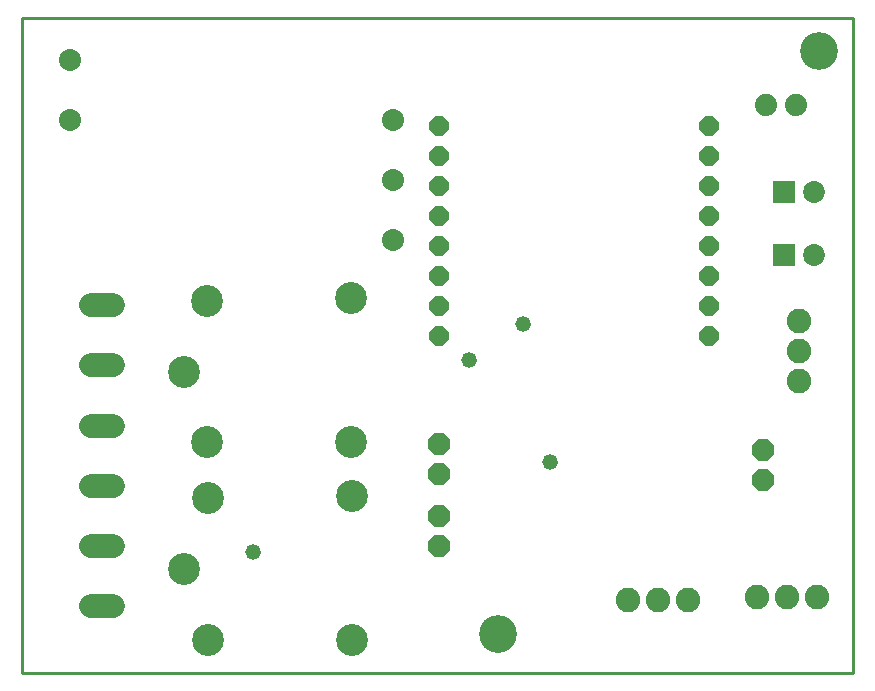
<source format=gbs>
G75*
%MOIN*%
%OFA0B0*%
%FSLAX25Y25*%
%IPPOS*%
%LPD*%
%AMOC8*
5,1,8,0,0,1.08239X$1,22.5*
%
%ADD10C,0.01000*%
%ADD11C,0.08100*%
%ADD12C,0.00000*%
%ADD13C,0.12611*%
%ADD14C,0.07400*%
%ADD15C,0.08200*%
%ADD16C,0.07337*%
%ADD17OC8,0.06550*%
%ADD18OC8,0.07400*%
%ADD19C,0.10643*%
%ADD20R,0.07300X0.07300*%
%ADD21C,0.07300*%
%ADD22C,0.05200*%
D10*
X0044800Y0019300D02*
X0321750Y0019300D01*
X0321750Y0237800D01*
X0044800Y0237800D01*
X0044800Y0019300D01*
D11*
X0067650Y0041800D02*
X0074950Y0041800D01*
X0074950Y0061800D02*
X0067650Y0061800D01*
X0067650Y0081800D02*
X0074950Y0081800D01*
X0074950Y0101800D02*
X0067650Y0101800D01*
X0067650Y0121840D02*
X0074950Y0121840D01*
X0074950Y0141840D02*
X0067650Y0141840D01*
D12*
X0197394Y0032300D02*
X0197396Y0032453D01*
X0197402Y0032607D01*
X0197412Y0032760D01*
X0197426Y0032912D01*
X0197444Y0033065D01*
X0197466Y0033216D01*
X0197491Y0033367D01*
X0197521Y0033518D01*
X0197555Y0033668D01*
X0197592Y0033816D01*
X0197633Y0033964D01*
X0197678Y0034110D01*
X0197727Y0034256D01*
X0197780Y0034400D01*
X0197836Y0034542D01*
X0197896Y0034683D01*
X0197960Y0034823D01*
X0198027Y0034961D01*
X0198098Y0035097D01*
X0198173Y0035231D01*
X0198250Y0035363D01*
X0198332Y0035493D01*
X0198416Y0035621D01*
X0198504Y0035747D01*
X0198595Y0035870D01*
X0198689Y0035991D01*
X0198787Y0036109D01*
X0198887Y0036225D01*
X0198991Y0036338D01*
X0199097Y0036449D01*
X0199206Y0036557D01*
X0199318Y0036662D01*
X0199432Y0036763D01*
X0199550Y0036862D01*
X0199669Y0036958D01*
X0199791Y0037051D01*
X0199916Y0037140D01*
X0200043Y0037227D01*
X0200172Y0037309D01*
X0200303Y0037389D01*
X0200436Y0037465D01*
X0200571Y0037538D01*
X0200708Y0037607D01*
X0200847Y0037672D01*
X0200987Y0037734D01*
X0201129Y0037792D01*
X0201272Y0037847D01*
X0201417Y0037898D01*
X0201563Y0037945D01*
X0201710Y0037988D01*
X0201858Y0038027D01*
X0202007Y0038063D01*
X0202157Y0038094D01*
X0202308Y0038122D01*
X0202459Y0038146D01*
X0202612Y0038166D01*
X0202764Y0038182D01*
X0202917Y0038194D01*
X0203070Y0038202D01*
X0203223Y0038206D01*
X0203377Y0038206D01*
X0203530Y0038202D01*
X0203683Y0038194D01*
X0203836Y0038182D01*
X0203988Y0038166D01*
X0204141Y0038146D01*
X0204292Y0038122D01*
X0204443Y0038094D01*
X0204593Y0038063D01*
X0204742Y0038027D01*
X0204890Y0037988D01*
X0205037Y0037945D01*
X0205183Y0037898D01*
X0205328Y0037847D01*
X0205471Y0037792D01*
X0205613Y0037734D01*
X0205753Y0037672D01*
X0205892Y0037607D01*
X0206029Y0037538D01*
X0206164Y0037465D01*
X0206297Y0037389D01*
X0206428Y0037309D01*
X0206557Y0037227D01*
X0206684Y0037140D01*
X0206809Y0037051D01*
X0206931Y0036958D01*
X0207050Y0036862D01*
X0207168Y0036763D01*
X0207282Y0036662D01*
X0207394Y0036557D01*
X0207503Y0036449D01*
X0207609Y0036338D01*
X0207713Y0036225D01*
X0207813Y0036109D01*
X0207911Y0035991D01*
X0208005Y0035870D01*
X0208096Y0035747D01*
X0208184Y0035621D01*
X0208268Y0035493D01*
X0208350Y0035363D01*
X0208427Y0035231D01*
X0208502Y0035097D01*
X0208573Y0034961D01*
X0208640Y0034823D01*
X0208704Y0034683D01*
X0208764Y0034542D01*
X0208820Y0034400D01*
X0208873Y0034256D01*
X0208922Y0034110D01*
X0208967Y0033964D01*
X0209008Y0033816D01*
X0209045Y0033668D01*
X0209079Y0033518D01*
X0209109Y0033367D01*
X0209134Y0033216D01*
X0209156Y0033065D01*
X0209174Y0032912D01*
X0209188Y0032760D01*
X0209198Y0032607D01*
X0209204Y0032453D01*
X0209206Y0032300D01*
X0209204Y0032147D01*
X0209198Y0031993D01*
X0209188Y0031840D01*
X0209174Y0031688D01*
X0209156Y0031535D01*
X0209134Y0031384D01*
X0209109Y0031233D01*
X0209079Y0031082D01*
X0209045Y0030932D01*
X0209008Y0030784D01*
X0208967Y0030636D01*
X0208922Y0030490D01*
X0208873Y0030344D01*
X0208820Y0030200D01*
X0208764Y0030058D01*
X0208704Y0029917D01*
X0208640Y0029777D01*
X0208573Y0029639D01*
X0208502Y0029503D01*
X0208427Y0029369D01*
X0208350Y0029237D01*
X0208268Y0029107D01*
X0208184Y0028979D01*
X0208096Y0028853D01*
X0208005Y0028730D01*
X0207911Y0028609D01*
X0207813Y0028491D01*
X0207713Y0028375D01*
X0207609Y0028262D01*
X0207503Y0028151D01*
X0207394Y0028043D01*
X0207282Y0027938D01*
X0207168Y0027837D01*
X0207050Y0027738D01*
X0206931Y0027642D01*
X0206809Y0027549D01*
X0206684Y0027460D01*
X0206557Y0027373D01*
X0206428Y0027291D01*
X0206297Y0027211D01*
X0206164Y0027135D01*
X0206029Y0027062D01*
X0205892Y0026993D01*
X0205753Y0026928D01*
X0205613Y0026866D01*
X0205471Y0026808D01*
X0205328Y0026753D01*
X0205183Y0026702D01*
X0205037Y0026655D01*
X0204890Y0026612D01*
X0204742Y0026573D01*
X0204593Y0026537D01*
X0204443Y0026506D01*
X0204292Y0026478D01*
X0204141Y0026454D01*
X0203988Y0026434D01*
X0203836Y0026418D01*
X0203683Y0026406D01*
X0203530Y0026398D01*
X0203377Y0026394D01*
X0203223Y0026394D01*
X0203070Y0026398D01*
X0202917Y0026406D01*
X0202764Y0026418D01*
X0202612Y0026434D01*
X0202459Y0026454D01*
X0202308Y0026478D01*
X0202157Y0026506D01*
X0202007Y0026537D01*
X0201858Y0026573D01*
X0201710Y0026612D01*
X0201563Y0026655D01*
X0201417Y0026702D01*
X0201272Y0026753D01*
X0201129Y0026808D01*
X0200987Y0026866D01*
X0200847Y0026928D01*
X0200708Y0026993D01*
X0200571Y0027062D01*
X0200436Y0027135D01*
X0200303Y0027211D01*
X0200172Y0027291D01*
X0200043Y0027373D01*
X0199916Y0027460D01*
X0199791Y0027549D01*
X0199669Y0027642D01*
X0199550Y0027738D01*
X0199432Y0027837D01*
X0199318Y0027938D01*
X0199206Y0028043D01*
X0199097Y0028151D01*
X0198991Y0028262D01*
X0198887Y0028375D01*
X0198787Y0028491D01*
X0198689Y0028609D01*
X0198595Y0028730D01*
X0198504Y0028853D01*
X0198416Y0028979D01*
X0198332Y0029107D01*
X0198250Y0029237D01*
X0198173Y0029369D01*
X0198098Y0029503D01*
X0198027Y0029639D01*
X0197960Y0029777D01*
X0197896Y0029917D01*
X0197836Y0030058D01*
X0197780Y0030200D01*
X0197727Y0030344D01*
X0197678Y0030490D01*
X0197633Y0030636D01*
X0197592Y0030784D01*
X0197555Y0030932D01*
X0197521Y0031082D01*
X0197491Y0031233D01*
X0197466Y0031384D01*
X0197444Y0031535D01*
X0197426Y0031688D01*
X0197412Y0031840D01*
X0197402Y0031993D01*
X0197396Y0032147D01*
X0197394Y0032300D01*
X0304394Y0226800D02*
X0304396Y0226953D01*
X0304402Y0227107D01*
X0304412Y0227260D01*
X0304426Y0227412D01*
X0304444Y0227565D01*
X0304466Y0227716D01*
X0304491Y0227867D01*
X0304521Y0228018D01*
X0304555Y0228168D01*
X0304592Y0228316D01*
X0304633Y0228464D01*
X0304678Y0228610D01*
X0304727Y0228756D01*
X0304780Y0228900D01*
X0304836Y0229042D01*
X0304896Y0229183D01*
X0304960Y0229323D01*
X0305027Y0229461D01*
X0305098Y0229597D01*
X0305173Y0229731D01*
X0305250Y0229863D01*
X0305332Y0229993D01*
X0305416Y0230121D01*
X0305504Y0230247D01*
X0305595Y0230370D01*
X0305689Y0230491D01*
X0305787Y0230609D01*
X0305887Y0230725D01*
X0305991Y0230838D01*
X0306097Y0230949D01*
X0306206Y0231057D01*
X0306318Y0231162D01*
X0306432Y0231263D01*
X0306550Y0231362D01*
X0306669Y0231458D01*
X0306791Y0231551D01*
X0306916Y0231640D01*
X0307043Y0231727D01*
X0307172Y0231809D01*
X0307303Y0231889D01*
X0307436Y0231965D01*
X0307571Y0232038D01*
X0307708Y0232107D01*
X0307847Y0232172D01*
X0307987Y0232234D01*
X0308129Y0232292D01*
X0308272Y0232347D01*
X0308417Y0232398D01*
X0308563Y0232445D01*
X0308710Y0232488D01*
X0308858Y0232527D01*
X0309007Y0232563D01*
X0309157Y0232594D01*
X0309308Y0232622D01*
X0309459Y0232646D01*
X0309612Y0232666D01*
X0309764Y0232682D01*
X0309917Y0232694D01*
X0310070Y0232702D01*
X0310223Y0232706D01*
X0310377Y0232706D01*
X0310530Y0232702D01*
X0310683Y0232694D01*
X0310836Y0232682D01*
X0310988Y0232666D01*
X0311141Y0232646D01*
X0311292Y0232622D01*
X0311443Y0232594D01*
X0311593Y0232563D01*
X0311742Y0232527D01*
X0311890Y0232488D01*
X0312037Y0232445D01*
X0312183Y0232398D01*
X0312328Y0232347D01*
X0312471Y0232292D01*
X0312613Y0232234D01*
X0312753Y0232172D01*
X0312892Y0232107D01*
X0313029Y0232038D01*
X0313164Y0231965D01*
X0313297Y0231889D01*
X0313428Y0231809D01*
X0313557Y0231727D01*
X0313684Y0231640D01*
X0313809Y0231551D01*
X0313931Y0231458D01*
X0314050Y0231362D01*
X0314168Y0231263D01*
X0314282Y0231162D01*
X0314394Y0231057D01*
X0314503Y0230949D01*
X0314609Y0230838D01*
X0314713Y0230725D01*
X0314813Y0230609D01*
X0314911Y0230491D01*
X0315005Y0230370D01*
X0315096Y0230247D01*
X0315184Y0230121D01*
X0315268Y0229993D01*
X0315350Y0229863D01*
X0315427Y0229731D01*
X0315502Y0229597D01*
X0315573Y0229461D01*
X0315640Y0229323D01*
X0315704Y0229183D01*
X0315764Y0229042D01*
X0315820Y0228900D01*
X0315873Y0228756D01*
X0315922Y0228610D01*
X0315967Y0228464D01*
X0316008Y0228316D01*
X0316045Y0228168D01*
X0316079Y0228018D01*
X0316109Y0227867D01*
X0316134Y0227716D01*
X0316156Y0227565D01*
X0316174Y0227412D01*
X0316188Y0227260D01*
X0316198Y0227107D01*
X0316204Y0226953D01*
X0316206Y0226800D01*
X0316204Y0226647D01*
X0316198Y0226493D01*
X0316188Y0226340D01*
X0316174Y0226188D01*
X0316156Y0226035D01*
X0316134Y0225884D01*
X0316109Y0225733D01*
X0316079Y0225582D01*
X0316045Y0225432D01*
X0316008Y0225284D01*
X0315967Y0225136D01*
X0315922Y0224990D01*
X0315873Y0224844D01*
X0315820Y0224700D01*
X0315764Y0224558D01*
X0315704Y0224417D01*
X0315640Y0224277D01*
X0315573Y0224139D01*
X0315502Y0224003D01*
X0315427Y0223869D01*
X0315350Y0223737D01*
X0315268Y0223607D01*
X0315184Y0223479D01*
X0315096Y0223353D01*
X0315005Y0223230D01*
X0314911Y0223109D01*
X0314813Y0222991D01*
X0314713Y0222875D01*
X0314609Y0222762D01*
X0314503Y0222651D01*
X0314394Y0222543D01*
X0314282Y0222438D01*
X0314168Y0222337D01*
X0314050Y0222238D01*
X0313931Y0222142D01*
X0313809Y0222049D01*
X0313684Y0221960D01*
X0313557Y0221873D01*
X0313428Y0221791D01*
X0313297Y0221711D01*
X0313164Y0221635D01*
X0313029Y0221562D01*
X0312892Y0221493D01*
X0312753Y0221428D01*
X0312613Y0221366D01*
X0312471Y0221308D01*
X0312328Y0221253D01*
X0312183Y0221202D01*
X0312037Y0221155D01*
X0311890Y0221112D01*
X0311742Y0221073D01*
X0311593Y0221037D01*
X0311443Y0221006D01*
X0311292Y0220978D01*
X0311141Y0220954D01*
X0310988Y0220934D01*
X0310836Y0220918D01*
X0310683Y0220906D01*
X0310530Y0220898D01*
X0310377Y0220894D01*
X0310223Y0220894D01*
X0310070Y0220898D01*
X0309917Y0220906D01*
X0309764Y0220918D01*
X0309612Y0220934D01*
X0309459Y0220954D01*
X0309308Y0220978D01*
X0309157Y0221006D01*
X0309007Y0221037D01*
X0308858Y0221073D01*
X0308710Y0221112D01*
X0308563Y0221155D01*
X0308417Y0221202D01*
X0308272Y0221253D01*
X0308129Y0221308D01*
X0307987Y0221366D01*
X0307847Y0221428D01*
X0307708Y0221493D01*
X0307571Y0221562D01*
X0307436Y0221635D01*
X0307303Y0221711D01*
X0307172Y0221791D01*
X0307043Y0221873D01*
X0306916Y0221960D01*
X0306791Y0222049D01*
X0306669Y0222142D01*
X0306550Y0222238D01*
X0306432Y0222337D01*
X0306318Y0222438D01*
X0306206Y0222543D01*
X0306097Y0222651D01*
X0305991Y0222762D01*
X0305887Y0222875D01*
X0305787Y0222991D01*
X0305689Y0223109D01*
X0305595Y0223230D01*
X0305504Y0223353D01*
X0305416Y0223479D01*
X0305332Y0223607D01*
X0305250Y0223737D01*
X0305173Y0223869D01*
X0305098Y0224003D01*
X0305027Y0224139D01*
X0304960Y0224277D01*
X0304896Y0224417D01*
X0304836Y0224558D01*
X0304780Y0224700D01*
X0304727Y0224844D01*
X0304678Y0224990D01*
X0304633Y0225136D01*
X0304592Y0225284D01*
X0304555Y0225432D01*
X0304521Y0225582D01*
X0304491Y0225733D01*
X0304466Y0225884D01*
X0304444Y0226035D01*
X0304426Y0226188D01*
X0304412Y0226340D01*
X0304402Y0226493D01*
X0304396Y0226647D01*
X0304394Y0226800D01*
D13*
X0310300Y0226800D03*
X0203300Y0032300D03*
D14*
X0292772Y0208800D03*
X0302615Y0208800D03*
D15*
X0303800Y0136800D03*
X0303800Y0126800D03*
X0303800Y0116800D03*
X0299800Y0044800D03*
X0309800Y0044800D03*
X0289800Y0044800D03*
X0266800Y0043800D03*
X0256800Y0043800D03*
X0246800Y0043800D03*
D16*
X0168300Y0163800D03*
X0168300Y0183800D03*
X0168300Y0203800D03*
X0060800Y0203800D03*
X0060800Y0223800D03*
D17*
X0183800Y0201800D03*
X0183800Y0191800D03*
X0183800Y0181800D03*
X0183800Y0171800D03*
X0183800Y0161800D03*
X0183800Y0151800D03*
X0183800Y0141800D03*
X0183800Y0131800D03*
X0273800Y0131800D03*
X0273800Y0141800D03*
X0273800Y0151800D03*
X0273800Y0161800D03*
X0273800Y0171800D03*
X0273800Y0181800D03*
X0273800Y0191800D03*
X0273800Y0201800D03*
D18*
X0291800Y0093800D03*
X0291800Y0083800D03*
X0183800Y0085800D03*
X0183800Y0095800D03*
X0183800Y0071800D03*
X0183800Y0061800D03*
D19*
X0154706Y0078409D03*
X0154506Y0096178D03*
X0106474Y0096178D03*
X0106674Y0077622D03*
X0098800Y0054000D03*
X0106674Y0030378D03*
X0154706Y0030378D03*
X0098600Y0119800D03*
X0106474Y0143422D03*
X0154506Y0144209D03*
D20*
X0298800Y0158800D03*
X0298800Y0179800D03*
D21*
X0308800Y0179800D03*
X0308800Y0158800D03*
D22*
X0211800Y0135800D03*
X0193800Y0123800D03*
X0220800Y0089800D03*
X0121800Y0059800D03*
M02*

</source>
